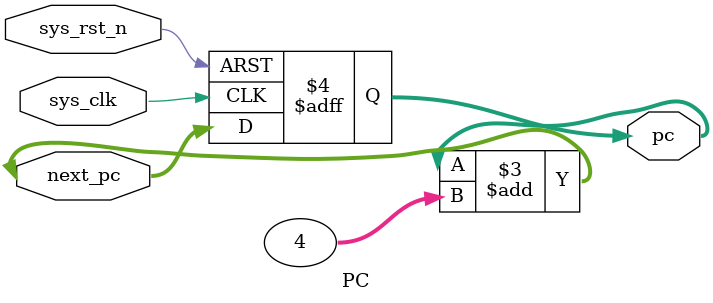
<source format=sv>
`timescale 1ns / 1ps

module PC(
    input logic sys_clk,
    input logic sys_rst_n,
    input logic [31:0] next_pc,
    output logic [31:0] pc
    );
    
    always_ff @(posedge sys_clk or negedge sys_rst_n) begin
        if(~sys_rst_n)
            pc <= 32'h00000000;
        else
            pc <= next_pc;
    end
    assign next_pc = pc + 4;
    
endmodule

</source>
